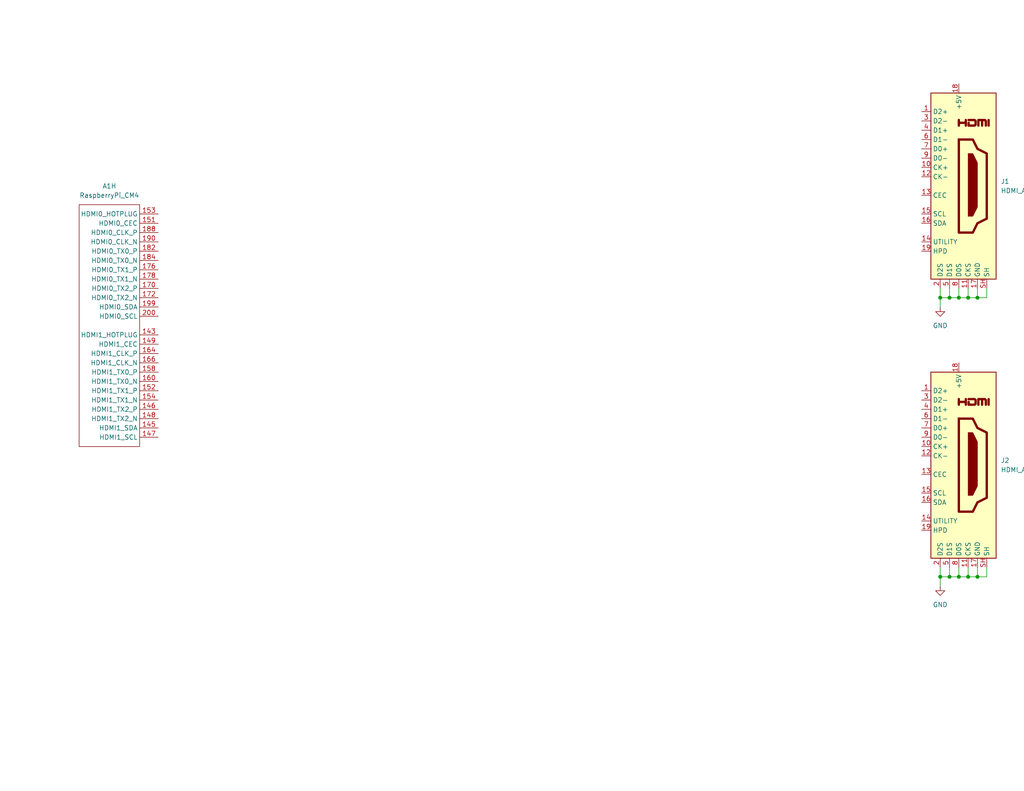
<source format=kicad_sch>
(kicad_sch (version 20211123) (generator eeschema)
  (paper "USLetter")
  (title_block (title "1240-Pi ROM Pack") (date "2022-05-21") (rev "1.0") (company "© 2022 Sam Hanes, licensed under CERN-OHL-S v2+") (comment 1 "https://github.com/Elemecca/1240pi"))
  (lib_symbols
    (symbol "0Local:RaspberryPi_CM4"
      (symbol "RaspberryPi_CM4_1_1"
        (rectangle (start -24.13 -12.7) (end 1.27 -38.1))
        (pin power_in line (at -29.21 -35.56 0) (length 5.08) (name "GND") (number "1"))
        (pin output line (at 6.35 -27.94 180) (length 5.08) (name "nEXTRST") (number "100"))
        (pin power_in line (at -29.21 -35.56 0) (length 5.08) hide (name "GND") (number "107"))
        (pin power_in line (at -29.21 -35.56 0) (length 5.08) hide (name "GND") (number "108"))
        (pin power_in line (at -29.21 -35.56 0) (length 5.08) hide (name "GND") (number "113"))
        (pin power_in line (at -29.21 -35.56 0) (length 5.08) hide (name "GND") (number "114"))
        (pin power_in line (at -29.21 -35.56 0) (length 5.08) hide (name "GND") (number "119"))
        (pin power_in line (at -29.21 -35.56 0) (length 5.08) hide (name "GND") (number "120"))
        (pin power_in line (at -29.21 -35.56 0) (length 5.08) hide (name "GND") (number "125"))
        (pin power_in line (at -29.21 -35.56 0) (length 5.08) hide (name "GND") (number "126"))
        (pin power_in line (at -29.21 -35.56 0) (length 5.08) hide (name "GND") (number "13"))
        (pin power_in line (at -29.21 -35.56 0) (length 5.08) hide (name "GND") (number "131"))
        (pin power_in line (at -29.21 -35.56 0) (length 5.08) hide (name "GND") (number "132"))
        (pin power_in line (at -29.21 -35.56 0) (length 5.08) hide (name "GND") (number "137"))
        (pin power_in line (at -29.21 -35.56 0) (length 5.08) hide (name "GND") (number "138"))
        (pin power_in line (at -29.21 -35.56 0) (length 5.08) hide (name "GND") (number "14"))
        (pin power_in line (at -29.21 -35.56 0) (length 5.08) hide (name "GND") (number "144"))
        (pin power_in line (at -29.21 -35.56 0) (length 5.08) hide (name "GND") (number "150"))
        (pin power_in line (at -29.21 -35.56 0) (length 5.08) hide (name "GND") (number "155"))
        (pin power_in line (at -29.21 -35.56 0) (length 5.08) hide (name "GND") (number "156"))
        (pin power_in line (at -29.21 -35.56 0) (length 5.08) hide (name "GND") (number "161"))
        (pin power_in line (at -29.21 -35.56 0) (length 5.08) hide (name "GND") (number "162"))
        (pin power_in line (at -29.21 -35.56 0) (length 5.08) hide (name "GND") (number "167"))
        (pin power_in line (at -29.21 -35.56 0) (length 5.08) hide (name "GND") (number "168"))
        (pin power_in line (at -29.21 -35.56 0) (length 5.08) hide (name "GND") (number "173"))
        (pin power_in line (at -29.21 -35.56 0) (length 5.08) hide (name "GND") (number "174"))
        (pin power_in line (at -29.21 -35.56 0) (length 5.08) hide (name "GND") (number "179"))
        (pin power_in line (at -29.21 -35.56 0) (length 5.08) hide (name "GND") (number "180"))
        (pin power_in line (at -29.21 -35.56 0) (length 5.08) hide (name "GND") (number "185"))
        (pin power_in line (at -29.21 -35.56 0) (length 5.08) hide (name "GND") (number "186"))
        (pin power_in line (at -29.21 -35.56 0) (length 5.08) hide (name "GND") (number "191"))
        (pin power_in line (at -29.21 -35.56 0) (length 5.08) hide (name "GND") (number "192"))
        (pin power_in line (at -29.21 -35.56 0) (length 5.08) hide (name "GND") (number "197"))
        (pin power_in line (at -29.21 -35.56 0) (length 5.08) hide (name "GND") (number "198"))
        (pin power_in line (at -29.21 -35.56 0) (length 5.08) hide (name "GND") (number "2"))
        (pin input line (at -29.21 -30.48 0) (length 5.08) (name "EEPROM_nWP") (number "20"))
        (pin output line (at 6.35 -35.56 180) (length 5.08) (name "Pi_nLED_Activity") (number "21"))
        (pin power_in line (at -29.21 -35.56 0) (length 5.08) hide (name "GND") (number "22"))
        (pin power_in line (at -29.21 -35.56 0) (length 5.08) hide (name "GND") (number "23"))
        (pin power_in line (at -29.21 -35.56 0) (length 5.08) hide (name "GND") (number "32"))
        (pin power_in line (at -29.21 -35.56 0) (length 5.08) hide (name "GND") (number "33"))
        (pin power_in line (at -29.21 -35.56 0) (length 5.08) hide (name "GND") (number "42"))
        (pin power_in line (at -29.21 -35.56 0) (length 5.08) hide (name "GND") (number "43"))
        (pin power_in line (at -29.21 -35.56 0) (length 5.08) hide (name "GND") (number "52"))
        (pin power_in line (at -29.21 -35.56 0) (length 5.08) hide (name "GND") (number "53"))
        (pin power_in line (at -29.21 -35.56 0) (length 5.08) hide (name "GND") (number "59"))
        (pin power_in line (at -29.21 -35.56 0) (length 5.08) hide (name "GND") (number "60"))
        (pin power_in line (at -29.21 -35.56 0) (length 5.08) hide (name "GND") (number "65"))
        (pin power_in line (at -29.21 -35.56 0) (length 5.08) hide (name "GND") (number "66"))
        (pin power_in line (at -29.21 -35.56 0) (length 5.08) hide (name "GND") (number "7"))
        (pin power_in line (at -29.21 -35.56 0) (length 5.08) hide (name "GND") (number "71"))
        (pin power_in line (at -29.21 -35.56 0) (length 5.08) hide (name "GND") (number "74"))
        (pin power_in line (at -29.21 -15.24 0) (length 5.08) (name "+5V") (number "77"))
        (pin power_in line (at -29.21 -15.24 0) (length 5.08) hide (name "+5V") (number "79"))
        (pin power_in line (at -29.21 -35.56 0) (length 5.08) hide (name "GND") (number "8"))
        (pin power_in line (at -29.21 -15.24 0) (length 5.08) hide (name "+5V") (number "81"))
        (pin power_in line (at -29.21 -15.24 0) (length 5.08) hide (name "+5V") (number "83"))
        (pin power_out line (at 6.35 -15.24 180) (length 5.08) (name "+3V3") (number "84"))
        (pin power_in line (at -29.21 -15.24 0) (length 5.08) hide (name "+5V") (number "85"))
        (pin power_out line (at 6.35 -15.24 180) (length 5.08) hide (name "+3V3") (number "86"))
        (pin power_in line (at -29.21 -15.24 0) (length 5.08) hide (name "+5V") (number "87"))
        (pin power_out line (at 6.35 -17.78 180) (length 5.08) (name "+1V8") (number "88"))
        (pin input line (at -29.21 -25.4 0) (length 5.08) (name "WL_nDisable") (number "89"))
        (pin power_out line (at 6.35 -17.78 180) (length 5.08) hide (name "+1V8") (number "90"))
        (pin input line (at -29.21 -27.94 0) (length 5.08) (name "BT_nDisable") (number "91"))
        (pin bidirectional line (at 6.35 -22.86 180) (length 5.08) (name "RUN_PG") (number "92"))
        (pin input line (at -29.21 -22.86 0) (length 5.08) (name "nRPIBOOT") (number "93"))
        (pin output line (at 6.35 -33.02 180) (length 5.08) (name "PI_LED_nPWR") (number "95"))
        (pin power_in line (at -29.21 -35.56 0) (length 5.08) hide (name "GND") (number "98"))
        (pin input line (at -29.21 -20.32 0) (length 5.08) (name "GLOBAL_EN") (number "99"))
      )
      (symbol "RaspberryPi_CM4_2_1"
        (rectangle (start -11.43 0) (end 8.89 -40.64))
        (pin bidirectional line (at 13.97 -5.08 180) (length 5.08) (name "Ethernet_Pair0_N") (number "10"))
        (pin bidirectional line (at 13.97 -12.7 180) (length 5.08) (name "Ethernet_Pair2_P") (number "11"))
        (pin bidirectional line (at 13.97 -2.54 180) (length 5.08) (name "Ethernet_Pair0_P") (number "12"))
        (pin output line (at 13.97 -30.48 180) (length 5.08) (name "Ethernet_nLED3") (number "15"))
        (pin input line (at 13.97 -35.56 180) (length 5.08) (name "Ethernet_SYNC_IN") (number "16"))
        (pin output line (at 13.97 -27.94 180) (length 5.08) (name "Ethernet_nLED2") (number "17"))
        (pin output line (at 13.97 -38.1 180) (length 5.08) (name "Ethernet_SYNC_OUT") (number "18"))
        (pin output line (at 13.97 -25.4 180) (length 5.08) (name "Ethernet_nLED1") (number "19"))
        (pin bidirectional line (at 13.97 -17.78 180) (length 5.08) (name "Ethernet_Pair3_P") (number "3"))
        (pin bidirectional line (at 13.97 -7.62 180) (length 5.08) (name "Ethernet_Pair1_P") (number "4"))
        (pin bidirectional line (at 13.97 -20.32 180) (length 5.08) (name "Ethernet_Pair3_N") (number "5"))
        (pin bidirectional line (at 13.97 -10.16 180) (length 5.08) (name "Ethernet_Pair1_N") (number "6"))
        (pin bidirectional line (at 13.97 -15.24 180) (length 5.08) (name "Ethernet_Pair2_N") (number "9"))
      )
      (symbol "RaspberryPi_CM4_3_1"
        (rectangle (start 0 5.08) (end 13.97 -71.12))
        (pin tri_state line (at 19.05 -66.04 180) (length 5.08) (name "GPIO26") (number "24"))
        (pin tri_state line (at 19.05 -53.34 180) (length 5.08) (name "GPIO21") (number "25"))
        (pin tri_state line (at 19.05 -48.26 180) (length 5.08) (name "GPIO19") (number "26"))
        (pin tri_state line (at 19.05 -50.8 180) (length 5.08) (name "GPIO20") (number "27"))
        (pin tri_state line (at 19.05 -33.02 180) (length 5.08) (name "GPIO13") (number "28"))
        (pin tri_state line (at 19.05 -40.64 180) (length 5.08) (name "GPIO16") (number "29"))
        (pin tri_state line (at 19.05 -15.24 180) (length 5.08) (name "GPIO6") (number "30"))
        (pin tri_state line (at 19.05 -30.48 180) (length 5.08) (name "GPIO12") (number "31"))
        (pin tri_state line (at 19.05 -12.7 180) (length 5.08) (name "GPIO5") (number "34"))
        (pin tri_state line (at 19.05 -2.54 180) (length 5.08) (name "GPIO1/ID_SC") (number "35"))
        (pin tri_state line (at 19.05 0 180) (length 5.08) (name "GPIO0/ID_SD") (number "36"))
        (pin tri_state line (at 19.05 -17.78 180) (length 5.08) (name "GPIO7") (number "37"))
        (pin tri_state line (at 19.05 -27.94 180) (length 5.08) (name "GPIO11") (number "38"))
        (pin tri_state line (at 19.05 -20.32 180) (length 5.08) (name "GPIO8") (number "39"))
        (pin tri_state line (at 19.05 -22.86 180) (length 5.08) (name "GPIO9") (number "40"))
        (pin tri_state line (at 19.05 -63.5 180) (length 5.08) (name "GPIO25") (number "41"))
        (pin tri_state line (at 19.05 -25.4 180) (length 5.08) (name "GPIO10") (number "44"))
        (pin tri_state line (at 19.05 -60.96 180) (length 5.08) (name "GPIO24") (number "45"))
        (pin tri_state line (at 19.05 -55.88 180) (length 5.08) (name "GPIO22") (number "46"))
        (pin tri_state line (at 19.05 -58.42 180) (length 5.08) (name "GPIO23") (number "47"))
        (pin tri_state line (at 19.05 -68.58 180) (length 5.08) (name "GPIO27") (number "48"))
        (pin tri_state line (at 19.05 -45.72 180) (length 5.08) (name "GPIO18") (number "49"))
        (pin tri_state line (at 19.05 -43.18 180) (length 5.08) (name "GPIO17") (number "50"))
        (pin tri_state line (at 19.05 -38.1 180) (length 5.08) (name "GPIO15") (number "51"))
        (pin tri_state line (at 19.05 -10.16 180) (length 5.08) (name "GPIO4") (number "54"))
        (pin tri_state line (at 19.05 -35.56 180) (length 5.08) (name "GPIO14") (number "55"))
        (pin tri_state line (at 19.05 -7.62 180) (length 5.08) (name "GPIO3") (number "56"))
        (pin tri_state line (at 19.05 -5.08 180) (length 5.08) (name "GPIO2") (number "58"))
        (pin power_in line (at -5.08 2.54 0) (length 5.08) (name "GPIO_VREF") (number "78"))
      )
      (symbol "RaspberryPi_CM4_4_1"
        (rectangle (start 0 2.54) (end 16.51 -35.56))
        (pin output line (at 21.59 0 180) (length 5.08) (name "SD_CLK") (number "57"))
        (pin bidirectional line (at 21.59 -15.24 180) (length 5.08) (name "SD_DAT3") (number "61"))
        (pin output line (at 21.59 -5.08 180) (length 5.08) (name "SD_CMD") (number "62"))
        (pin bidirectional line (at 21.59 -7.62 180) (length 5.08) (name "SD_DAT0") (number "63"))
        (pin bidirectional line (at 21.59 -20.32 180) (length 5.08) (name "SD_DAT5") (number "64"))
        (pin bidirectional line (at 21.59 -10.16 180) (length 5.08) (name "SD_DAT1") (number "67"))
        (pin bidirectional line (at 21.59 -17.78 180) (length 5.08) (name "SD_DAT4") (number "68"))
        (pin bidirectional line (at 21.59 -12.7 180) (length 5.08) (name "SD_DAT2") (number "69"))
        (pin bidirectional line (at 21.59 -25.4 180) (length 5.08) (name "SD_DAT7") (number "70"))
        (pin bidirectional line (at 21.59 -22.86 180) (length 5.08) (name "SD_DAT6") (number "72"))
        (pin input line (at -5.08 -33.02 0) (length 5.08) (name "SD_VDD_Override") (number "73"))
        (pin output line (at 21.59 -30.48 180) (length 5.08) (name "SD_PWR_ON") (number "75"))
      )
      (symbol "RaspberryPi_CM4_5_1"
        (rectangle (start -12.7 2.54) (end 0 -17.78))
        (pin input line (at -17.78 -7.62 0) (length 5.08) (name "USB_OTG_ID") (number "101"))
        (pin bidirectional line (at -17.78 0 0) (length 5.08) (name "USB_N") (number "103"))
        (pin bidirectional line (at -17.78 -2.54 0) (length 5.08) (name "USB_P") (number "105"))
        (pin input line (at -17.78 -15.24 0) (length 5.08) (name "AnalogIP1") (number "94"))
        (pin input line (at -17.78 -12.7 0) (length 5.08) (name "AnalogIP0") (number "96"))
      )
      (symbol "RaspberryPi_CM4_6_1"
        (rectangle (start 15.24 2.54) (end -15.24 -17.78))
        (pin input line (at -20.32 0 0) (length 5.08) (name "PCIe_CLK_nREQ") (number "102"))
        (pin output line (at 20.32 0 180) (length 5.08) (name "PCIe_nRST") (number "109"))
        (pin output line (at 20.32 -5.08 180) (length 5.08) (name "PCIe_CLK_P") (number "110"))
        (pin output line (at 20.32 -7.62 180) (length 5.08) (name "PCIe_CLK_N") (number "112"))
        (pin input line (at -20.32 -12.7 0) (length 5.08) (name "PCIe_RX_P") (number "116"))
        (pin input line (at -20.32 -15.24 0) (length 5.08) (name "PCIe_RX_N") (number "118"))
        (pin output line (at 20.32 -12.7 180) (length 5.08) (name "PCIe_TX_P") (number "122"))
        (pin output line (at 20.32 -15.24 180) (length 5.08) (name "PCIe_TX_N") (number "124"))
      )
      (symbol "RaspberryPi_CM4_7_1"
        (rectangle (start -15.24 2.54) (end 15.24 -55.88))
        (pin no_connect line (at -20.32 -53.34 0) (length 5.08) hide (name "Reserved") (number "104"))
        (pin no_connect line (at -20.32 -53.34 0) (length 5.08) hide (name "Reserved") (number "106"))
        (pin output line (at 20.32 -45.72 180) (length 5.08) (name "VDAC_COMP") (number "111"))
        (pin input line (at -20.32 -25.4 0) (length 5.08) (name "CAM1_D0_N") (number "115"))
        (pin input line (at -20.32 -22.86 0) (length 5.08) (name "CAM1_D0_P") (number "117"))
        (pin input line (at -20.32 -30.48 0) (length 5.08) (name "CAM1_D1_N") (number "121"))
        (pin input line (at -20.32 -27.94 0) (length 5.08) (name "CAM1_D1_P") (number "123"))
        (pin output line (at -20.32 -20.32 0) (length 5.08) (name "CAM1_C_N") (number "127"))
        (pin input line (at -20.32 -7.62 0) (length 5.08) (name "CAM0_D0_N") (number "128"))
        (pin output line (at -20.32 -17.78 0) (length 5.08) (name "CAM1_C_P") (number "129"))
        (pin input line (at -20.32 -5.08 0) (length 5.08) (name "CAM0_D0_P") (number "130"))
        (pin input line (at -20.32 -35.56 0) (length 5.08) (name "CAM1_D2_N") (number "133"))
        (pin input line (at -20.32 -12.7 0) (length 5.08) (name "CAM0_D1_N") (number "134"))
        (pin input line (at -20.32 -33.02 0) (length 5.08) (name "CAM1_D2_P") (number "135"))
        (pin input line (at -20.32 -10.16 0) (length 5.08) (name "CAM0_D1_P") (number "136"))
        (pin input line (at -20.32 -40.64 0) (length 5.08) (name "CAM1_D3_N") (number "139"))
        (pin output line (at -20.32 -2.54 0) (length 5.08) (name "CAM0_C_N") (number "140"))
        (pin input line (at -20.32 -38.1 0) (length 5.08) (name "CAM1_D3_P") (number "141"))
        (pin output line (at -20.32 0 0) (length 5.08) (name "CAM0_C_P") (number "142"))
        (pin output line (at 20.32 -7.62 180) (length 5.08) (name "DSI0_D0_N") (number "157"))
        (pin output line (at 20.32 -5.08 180) (length 5.08) (name "DSI0_D0_P") (number "159"))
        (pin output line (at 20.32 -12.7 180) (length 5.08) (name "DSI0_D1_N") (number "163"))
        (pin output line (at 20.32 -10.16 180) (length 5.08) (name "DSI0_D1_P") (number "165"))
        (pin output line (at 20.32 -2.54 180) (length 5.08) (name "DSI0_C_N") (number "169"))
        (pin output line (at 20.32 0 180) (length 5.08) (name "DSI0_C_P") (number "171"))
        (pin output line (at 20.32 -25.4 180) (length 5.08) (name "DSI1_D0_N") (number "175"))
        (pin output line (at 20.32 -22.86 180) (length 5.08) (name "DSI1_D0_P") (number "177"))
        (pin output line (at 20.32 -30.48 180) (length 5.08) (name "DSI1_D1_N") (number "181"))
        (pin output line (at 20.32 -27.94 180) (length 5.08) (name "DSI1_D1_P") (number "183"))
        (pin output line (at 20.32 -20.32 180) (length 5.08) (name "DSI1_C_N") (number "187"))
        (pin output line (at 20.32 -17.78 180) (length 5.08) (name "DSI1_C_P") (number "189"))
        (pin output line (at 20.32 -35.56 180) (length 5.08) (name "DSI1_D2_N") (number "193"))
        (pin output line (at 20.32 -40.64 180) (length 5.08) (name "DSI1_D3_N") (number "194"))
        (pin output line (at 20.32 -33.02 180) (length 5.08) (name "DSI1_D2_P") (number "195"))
        (pin output line (at 20.32 -38.1 180) (length 5.08) (name "DSI1_D3_P") (number "196"))
        (pin no_connect line (at -20.32 -53.34 0) (length 5.08) (name "Reserved") (number "76"))
        (pin output line (at 20.32 -50.8 180) (length 5.08) (name "SCL0") (number "80"))
        (pin bidirectional line (at 20.32 -53.34 180) (length 5.08) (name "SDA0") (number "82"))
        (pin output line (at -20.32 -45.72 0) (length 5.08) (name "Camera_GPIO") (number "97"))
      )
      (symbol "RaspberryPi_CM4_8_1"
        (rectangle (start 0 2.54) (end 16.51 -63.5))
        (pin input line (at 21.59 -33.02 180) (length 5.08) (name "HDMI1_HOTPLUG") (number "143"))
        (pin output line (at 21.59 -58.42 180) (length 5.08) (name "HDMI1_SDA") (number "145"))
        (pin output line (at 21.59 -53.34 180) (length 5.08) (name "HDMI1_TX2_P") (number "146"))
        (pin output line (at 21.59 -60.96 180) (length 5.08) (name "HDMI1_SCL") (number "147"))
        (pin output line (at 21.59 -55.88 180) (length 5.08) (name "HDMI1_TX2_N") (number "148"))
        (pin input line (at 21.59 -35.56 180) (length 5.08) (name "HDMI1_CEC") (number "149"))
        (pin input line (at 21.59 -2.54 180) (length 5.08) (name "HDMI0_CEC") (number "151"))
        (pin output line (at 21.59 -48.26 180) (length 5.08) (name "HDMI1_TX1_P") (number "152"))
        (pin input line (at 21.59 0 180) (length 5.08) (name "HDMI0_HOTPLUG") (number "153"))
        (pin output line (at 21.59 -50.8 180) (length 5.08) (name "HDMI1_TX1_N") (number "154"))
        (pin output line (at 21.59 -43.18 180) (length 5.08) (name "HDMI1_TX0_P") (number "158"))
        (pin output line (at 21.59 -45.72 180) (length 5.08) (name "HDMI1_TX0_N") (number "160"))
        (pin output line (at 21.59 -38.1 180) (length 5.08) (name "HDMI1_CLK_P") (number "164"))
        (pin output line (at 21.59 -40.64 180) (length 5.08) (name "HDMI1_CLK_N") (number "166"))
        (pin output line (at 21.59 -20.32 180) (length 5.08) (name "HDMI0_TX2_P") (number "170"))
        (pin output line (at 21.59 -22.86 180) (length 5.08) (name "HDMI0_TX2_N") (number "172"))
        (pin output line (at 21.59 -15.24 180) (length 5.08) (name "HDMI0_TX1_P") (number "176"))
        (pin output line (at 21.59 -17.78 180) (length 5.08) (name "HDMI0_TX1_N") (number "178"))
        (pin output line (at 21.59 -10.16 180) (length 5.08) (name "HDMI0_TX0_P") (number "182"))
        (pin output line (at 21.59 -12.7 180) (length 5.08) (name "HDMI0_TX0_N") (number "184"))
        (pin output line (at 21.59 -5.08 180) (length 5.08) (name "HDMI0_CLK_P") (number "188"))
        (pin output line (at 21.59 -7.62 180) (length 5.08) (name "HDMI0_CLK_N") (number "190"))
        (pin output line (at 21.59 -25.4 180) (length 5.08) (name "HDMI0_SDA") (number "199"))
        (pin output line (at 21.59 -27.94 180) (length 5.08) (name "HDMI0_SCL") (number "200"))
      )
    )
    (symbol "Connector:HDMI_A"
      (property "Reference" "J" (at -6.35 26.67 0))
      (property "Value" "HDMI_A" (at 10.16 26.67 0))
      (symbol "HDMI_A_0_0"
        (polyline (pts (xy 8.128 16.51) (xy 8.128 18.034)) (stroke (width 0.635)))
        (polyline (pts (xy 0 16.51) (xy 0 18.034) (xy 0 17.272) (xy 1.905 17.272) (xy 1.905 18.034) (xy 1.905 16.51)) (stroke (width 0.635)))
        (polyline (pts (xy 2.667 18.034) (xy 4.318 18.034) (xy 4.572 17.78) (xy 4.572 16.764) (xy 4.318 16.51) (xy 2.667 16.51) (xy 2.667 17.272)) (stroke (width 0.635)))
      )
      (symbol "HDMI_A_0_1"
        (rectangle (start -7.62 25.4) (end 10.16 -25.4) (stroke (width 0.254)) (fill (type background)))
        (polyline (pts (xy 2.54 8.89) (xy 3.81 8.89) (xy 5.08 6.35) (xy 5.08 -5.715) (xy 3.81 -8.255) (xy 2.54 -8.255) (xy 2.54 8.89)) (fill (type outline)))
        (polyline (pts (xy 5.334 16.51) (xy 5.334 18.034) (xy 6.35 18.034) (xy 6.35 16.51) (xy 6.35 18.034) (xy 7.112 18.034) (xy 7.366 17.78) (xy 7.366 16.51)) (stroke (width 0.635)))
        (polyline (pts (xy 0 12.7) (xy 0 -12.7) (xy 3.81 -12.7) (xy 5.08 -10.16) (xy 7.62 -8.89) (xy 7.62 8.89) (xy 5.08 10.16) (xy 3.81 12.7) (xy 0 12.7)) (stroke (width 0.635)))
      )
      (symbol "HDMI_A_1_1"
        (pin passive line (at -10.16 20.32 0) (length 2.54) (name "D2+") (number "1"))
        (pin passive line (at -10.16 5.08 0) (length 2.54) (name "CK+") (number "10"))
        (pin power_in line (at 2.54 -27.94 90) (length 2.54) (name "CKS") (number "11"))
        (pin passive line (at -10.16 2.54 0) (length 2.54) (name "CK-") (number "12"))
        (pin bidirectional line (at -10.16 -2.54 0) (length 2.54) (name "CEC") (number "13"))
        (pin passive line (at -10.16 -15.24 0) (length 2.54) (name "UTILITY") (number "14"))
        (pin passive line (at -10.16 -7.62 0) (length 2.54) (name "SCL") (number "15"))
        (pin bidirectional line (at -10.16 -10.16 0) (length 2.54) (name "SDA") (number "16"))
        (pin power_in line (at 5.08 -27.94 90) (length 2.54) (name "GND") (number "17"))
        (pin power_in line (at 0 27.94 270) (length 2.54) (name "+5V") (number "18"))
        (pin passive line (at -10.16 -17.78 0) (length 2.54) (name "HPD") (number "19"))
        (pin power_in line (at -5.08 -27.94 90) (length 2.54) (name "D2S") (number "2"))
        (pin passive line (at -10.16 17.78 0) (length 2.54) (name "D2-") (number "3"))
        (pin passive line (at -10.16 15.24 0) (length 2.54) (name "D1+") (number "4"))
        (pin power_in line (at -2.54 -27.94 90) (length 2.54) (name "D1S") (number "5"))
        (pin passive line (at -10.16 12.7 0) (length 2.54) (name "D1-") (number "6"))
        (pin passive line (at -10.16 10.16 0) (length 2.54) (name "D0+") (number "7"))
        (pin power_in line (at 0 -27.94 90) (length 2.54) (name "D0S") (number "8"))
        (pin passive line (at -10.16 7.62 0) (length 2.54) (name "D0-") (number "9"))
        (pin passive line (at 7.62 -27.94 90) (length 2.54) (name "SH") (number "SH"))
      )
    )
    (symbol "power:GND" (power) (pin_names (offset 0))
      (property "Value" "GND" (at 0 -3.81 0))
      (symbol "GND_0_1"
        (polyline (pts (xy 0 0) (xy 0 -1.27) (xy 1.27 -1.27) (xy 0 -2.54) (xy -1.27 -1.27) (xy 0 -1.27)))
      )
      (symbol "GND_1_1"
        (pin power_in line (at 0 0 270) (length 0) hide (name "GND") (number "1"))
      )
    )
  )
  (junction (at 256.54 81.28))
  (junction (at 264.16 157.48))
  (junction (at 266.7 81.28))
  (junction (at 261.62 81.28))
  (junction (at 261.62 157.48))
  (junction (at 264.16 81.28))
  (junction (at 259.08 81.28))
  (junction (at 266.7 157.48))
  (junction (at 256.54 157.48))
  (junction (at 259.08 157.48))
  (wire (pts (xy 261.62 154.94) (xy 261.62 157.48)))
  (wire (pts (xy 261.62 78.74) (xy 261.62 81.28)))
  (wire (pts (xy 256.54 78.74) (xy 256.54 81.28)))
  (wire (pts (xy 264.16 81.28) (xy 266.7 81.28)))
  (wire (pts (xy 259.08 154.94) (xy 259.08 157.48)))
  (wire (pts (xy 256.54 81.28) (xy 256.54 83.82)))
  (wire (pts (xy 259.08 81.28) (xy 261.62 81.28)))
  (wire (pts (xy 269.24 81.28) (xy 269.24 78.74)))
  (wire (pts (xy 266.7 78.74) (xy 266.7 81.28)))
  (wire (pts (xy 264.16 154.94) (xy 264.16 157.48)))
  (wire (pts (xy 269.24 157.48) (xy 269.24 154.94)))
  (wire (pts (xy 256.54 154.94) (xy 256.54 157.48)))
  (wire (pts (xy 256.54 81.28) (xy 259.08 81.28)))
  (wire (pts (xy 256.54 157.48) (xy 256.54 160.02)))
  (wire (pts (xy 261.62 157.48) (xy 264.16 157.48)))
  (wire (pts (xy 264.16 78.74) (xy 264.16 81.28)))
  (wire (pts (xy 264.16 157.48) (xy 266.7 157.48)))
  (wire (pts (xy 266.7 154.94) (xy 266.7 157.48)))
  (wire (pts (xy 266.7 157.48) (xy 269.24 157.48)))
  (wire (pts (xy 261.62 81.28) (xy 264.16 81.28)))
  (wire (pts (xy 259.08 157.48) (xy 261.62 157.48)))
  (wire (pts (xy 259.08 78.74) (xy 259.08 81.28)))
  (wire (pts (xy 256.54 157.48) (xy 259.08 157.48)))
  (wire (pts (xy 266.7 81.28) (xy 269.24 81.28)))
  (symbol (lib_id "power:GND") (at 256.54 83.82 0) (unit 1)
    (property "Reference" "#PWR0105" (effects hide))
    (property "Value" "GND" (at 256.54 88.9 0))
  )
  (symbol (lib_id "Connector:HDMI_A") (at 261.62 127 0) (unit 1)
    (property "Reference" "J2" (at 273.05 125.7299 0) (effects (justify left)))
    (property "Value" "HDMI_A" (at 273.05 128.2699 0) (effects (justify left)))
    (property "Footprint" "0Local:CNC_2000-1-2-41-00-BK" (effects hide))
    (property "Datasheet" "https://en.wikipedia.org/wiki/HDMI" (effects hide))
  )
  (symbol (lib_id "Connector:HDMI_A") (at 261.62 50.8 0) (unit 1)
    (property "Reference" "J1" (at 273.05 49.5299 0) (effects (justify left)))
    (property "Value" "HDMI_A" (at 273.05 52.0699 0) (effects (justify left)))
    (property "Footprint" "0Local:CNC_2000-1-2-41-00-BK" (effects hide))
    (property "Datasheet" "https://en.wikipedia.org/wiki/HDMI" (effects hide))
  )
  (symbol (lib_id "0Local:RaspberryPi_CM4") (at 21.59 58.42 0) (unit 8)
    (property "Reference" "A1" (at 29.845 50.8 0))
    (property "Value" "RaspberryPi_CM4" (at 29.845 53.34 0))
    (property "Footprint" "0Local:RaspberryPi_CM4" (effects hide))
  )
  (symbol (lib_id "power:GND") (at 256.54 160.02 0) (unit 1)
    (property "Reference" "#PWR0106" (effects hide))
    (property "Value" "GND" (at 256.54 165.1 0))
  )
)
</source>
